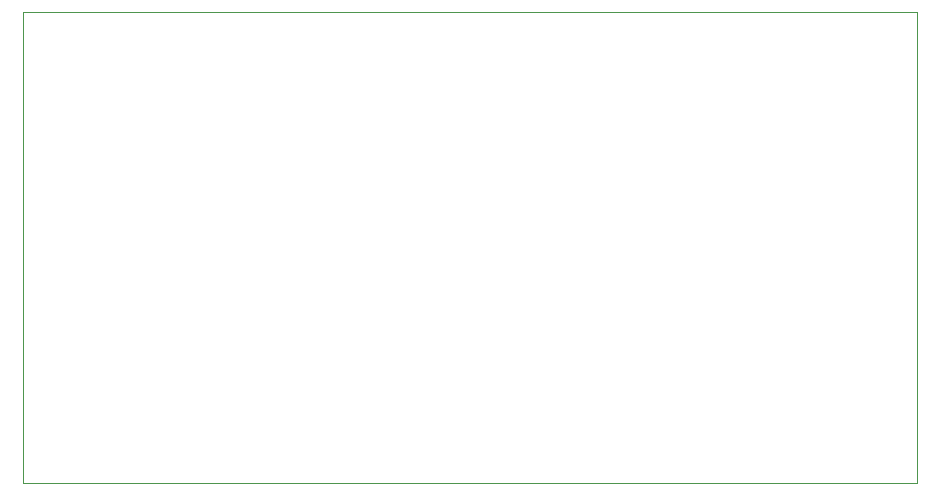
<source format=gbr>
%TF.GenerationSoftware,KiCad,Pcbnew,9.0.0*%
%TF.CreationDate,2025-04-24T17:44:58-04:00*%
%TF.ProjectId,power_systems,706f7765-725f-4737-9973-74656d732e6b,rev?*%
%TF.SameCoordinates,Original*%
%TF.FileFunction,Profile,NP*%
%FSLAX46Y46*%
G04 Gerber Fmt 4.6, Leading zero omitted, Abs format (unit mm)*
G04 Created by KiCad (PCBNEW 9.0.0) date 2025-04-24 17:44:58*
%MOMM*%
%LPD*%
G01*
G04 APERTURE LIST*
%TA.AperFunction,Profile*%
%ADD10C,0.050000*%
%TD*%
G04 APERTURE END LIST*
D10*
X22100000Y-36300000D02*
X97800000Y-36300000D01*
X97800000Y-76200000D01*
X22100000Y-76200000D01*
X22100000Y-36300000D01*
M02*

</source>
